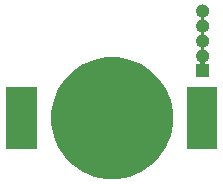
<source format=gbr>
G04 #@! TF.GenerationSoftware,KiCad,Pcbnew,(5.1.0)-1*
G04 #@! TF.CreationDate,2019-05-15T12:27:27+02:00*
G04 #@! TF.ProjectId,expansion,65787061-6e73-4696-9f6e-2e6b69636164,rev?*
G04 #@! TF.SameCoordinates,Original*
G04 #@! TF.FileFunction,Soldermask,Bot*
G04 #@! TF.FilePolarity,Negative*
%FSLAX46Y46*%
G04 Gerber Fmt 4.6, Leading zero omitted, Abs format (unit mm)*
G04 Created by KiCad (PCBNEW (5.1.0)-1) date 2019-05-15 12:27:27*
%MOMM*%
%LPD*%
G04 APERTURE LIST*
%ADD10C,0.100000*%
G04 APERTURE END LIST*
D10*
G36*
X140252490Y-60046950D02*
G01*
X140722226Y-60241521D01*
X141189913Y-60435243D01*
X142033571Y-60998957D01*
X142751043Y-61716429D01*
X143314757Y-62560087D01*
X143314757Y-62560088D01*
X143703050Y-63497510D01*
X143901000Y-64492669D01*
X143901000Y-65507331D01*
X143703050Y-66502490D01*
X143475593Y-67051620D01*
X143314757Y-67439913D01*
X142751043Y-68283571D01*
X142033571Y-69001043D01*
X141189913Y-69564757D01*
X140801620Y-69725593D01*
X140252490Y-69953050D01*
X139257331Y-70151000D01*
X138242669Y-70151000D01*
X137247510Y-69953050D01*
X136698380Y-69725593D01*
X136310087Y-69564757D01*
X135466429Y-69001043D01*
X134748957Y-68283571D01*
X134185243Y-67439913D01*
X134024407Y-67051620D01*
X133796950Y-66502490D01*
X133599000Y-65507331D01*
X133599000Y-64492669D01*
X133796950Y-63497510D01*
X134185243Y-62560088D01*
X134185243Y-62560087D01*
X134748957Y-61716429D01*
X135466429Y-60998957D01*
X136310087Y-60435243D01*
X136777774Y-60241521D01*
X137247510Y-60046950D01*
X138242669Y-59849000D01*
X139257331Y-59849000D01*
X140252490Y-60046950D01*
X140252490Y-60046950D01*
G37*
G36*
X147651000Y-67601000D02*
G01*
X145049000Y-67601000D01*
X145049000Y-62399000D01*
X147651000Y-62399000D01*
X147651000Y-67601000D01*
X147651000Y-67601000D01*
G37*
G36*
X132351000Y-67601000D02*
G01*
X129749000Y-67601000D01*
X129749000Y-62399000D01*
X132351000Y-62399000D01*
X132351000Y-67601000D01*
X132351000Y-67601000D01*
G37*
G36*
X146508015Y-55376973D02*
G01*
X146611879Y-55408479D01*
X146639055Y-55423005D01*
X146707600Y-55459643D01*
X146791501Y-55528499D01*
X146860357Y-55612400D01*
X146896995Y-55680945D01*
X146911521Y-55708121D01*
X146943027Y-55811985D01*
X146953666Y-55920000D01*
X146943027Y-56028015D01*
X146911521Y-56131879D01*
X146911519Y-56131882D01*
X146860357Y-56227600D01*
X146791501Y-56311501D01*
X146707600Y-56380357D01*
X146639055Y-56416995D01*
X146611879Y-56431521D01*
X146599131Y-56435388D01*
X146576504Y-56444760D01*
X146556130Y-56458374D01*
X146538803Y-56475701D01*
X146525189Y-56496075D01*
X146515812Y-56518714D01*
X146511031Y-56542747D01*
X146511031Y-56567251D01*
X146515811Y-56591285D01*
X146525188Y-56613924D01*
X146538802Y-56634298D01*
X146556129Y-56651625D01*
X146576503Y-56665239D01*
X146599131Y-56674612D01*
X146611879Y-56678479D01*
X146639055Y-56693005D01*
X146707600Y-56729643D01*
X146791501Y-56798499D01*
X146860357Y-56882400D01*
X146896995Y-56950945D01*
X146911521Y-56978121D01*
X146943027Y-57081985D01*
X146953666Y-57190000D01*
X146943027Y-57298015D01*
X146911521Y-57401879D01*
X146911519Y-57401882D01*
X146860357Y-57497600D01*
X146791501Y-57581501D01*
X146707600Y-57650357D01*
X146639055Y-57686995D01*
X146611879Y-57701521D01*
X146599131Y-57705388D01*
X146576504Y-57714760D01*
X146556130Y-57728374D01*
X146538803Y-57745701D01*
X146525189Y-57766075D01*
X146515812Y-57788714D01*
X146511031Y-57812747D01*
X146511031Y-57837251D01*
X146515811Y-57861285D01*
X146525188Y-57883924D01*
X146538802Y-57904298D01*
X146556129Y-57921625D01*
X146576503Y-57935239D01*
X146599131Y-57944612D01*
X146611879Y-57948479D01*
X146639055Y-57963005D01*
X146707600Y-57999643D01*
X146791501Y-58068499D01*
X146860357Y-58152400D01*
X146896995Y-58220945D01*
X146911521Y-58248121D01*
X146943027Y-58351985D01*
X146953666Y-58460000D01*
X146943027Y-58568015D01*
X146911521Y-58671879D01*
X146911519Y-58671882D01*
X146860357Y-58767600D01*
X146791501Y-58851501D01*
X146707600Y-58920357D01*
X146639055Y-58956995D01*
X146611879Y-58971521D01*
X146599131Y-58975388D01*
X146576504Y-58984760D01*
X146556130Y-58998374D01*
X146538803Y-59015701D01*
X146525189Y-59036075D01*
X146515812Y-59058714D01*
X146511031Y-59082747D01*
X146511031Y-59107251D01*
X146515811Y-59131285D01*
X146525188Y-59153924D01*
X146538802Y-59174298D01*
X146556129Y-59191625D01*
X146576503Y-59205239D01*
X146599131Y-59214612D01*
X146611879Y-59218479D01*
X146639055Y-59233005D01*
X146707600Y-59269643D01*
X146791501Y-59338499D01*
X146860357Y-59422400D01*
X146896995Y-59490945D01*
X146911521Y-59518121D01*
X146943027Y-59621985D01*
X146953666Y-59730000D01*
X146943027Y-59838015D01*
X146911521Y-59941879D01*
X146911519Y-59941882D01*
X146860357Y-60037600D01*
X146791501Y-60121501D01*
X146707600Y-60190356D01*
X146663807Y-60213764D01*
X146643437Y-60227375D01*
X146626110Y-60244702D01*
X146612496Y-60265076D01*
X146603119Y-60287715D01*
X146598338Y-60311748D01*
X146598338Y-60336252D01*
X146603118Y-60360286D01*
X146612495Y-60382924D01*
X146626109Y-60403299D01*
X146643436Y-60420626D01*
X146663810Y-60434240D01*
X146686449Y-60443617D01*
X146710482Y-60448398D01*
X146722735Y-60449000D01*
X146951000Y-60449000D01*
X146951000Y-61551000D01*
X145849000Y-61551000D01*
X145849000Y-60449000D01*
X146077265Y-60449000D01*
X146101651Y-60446598D01*
X146125100Y-60439485D01*
X146146711Y-60427934D01*
X146165653Y-60412389D01*
X146181198Y-60393447D01*
X146192749Y-60371836D01*
X146199862Y-60348387D01*
X146202264Y-60324001D01*
X146199862Y-60299615D01*
X146192749Y-60276166D01*
X146181198Y-60254555D01*
X146165653Y-60235613D01*
X146146711Y-60220068D01*
X146136198Y-60213767D01*
X146092400Y-60190356D01*
X146008499Y-60121501D01*
X145939643Y-60037600D01*
X145888481Y-59941882D01*
X145888479Y-59941879D01*
X145856973Y-59838015D01*
X145846334Y-59730000D01*
X145856973Y-59621985D01*
X145888479Y-59518121D01*
X145903005Y-59490945D01*
X145939643Y-59422400D01*
X146008499Y-59338499D01*
X146092400Y-59269643D01*
X146160945Y-59233005D01*
X146188121Y-59218479D01*
X146200869Y-59214612D01*
X146223496Y-59205240D01*
X146243870Y-59191626D01*
X146261197Y-59174299D01*
X146274811Y-59153925D01*
X146284188Y-59131286D01*
X146288969Y-59107253D01*
X146288969Y-59082749D01*
X146284189Y-59058715D01*
X146274812Y-59036076D01*
X146261198Y-59015702D01*
X146243871Y-58998375D01*
X146223497Y-58984761D01*
X146200869Y-58975388D01*
X146188121Y-58971521D01*
X146160945Y-58956995D01*
X146092400Y-58920357D01*
X146008499Y-58851501D01*
X145939643Y-58767600D01*
X145888481Y-58671882D01*
X145888479Y-58671879D01*
X145856973Y-58568015D01*
X145846334Y-58460000D01*
X145856973Y-58351985D01*
X145888479Y-58248121D01*
X145903005Y-58220945D01*
X145939643Y-58152400D01*
X146008499Y-58068499D01*
X146092400Y-57999643D01*
X146160945Y-57963005D01*
X146188121Y-57948479D01*
X146200869Y-57944612D01*
X146223496Y-57935240D01*
X146243870Y-57921626D01*
X146261197Y-57904299D01*
X146274811Y-57883925D01*
X146284188Y-57861286D01*
X146288969Y-57837253D01*
X146288969Y-57812749D01*
X146284189Y-57788715D01*
X146274812Y-57766076D01*
X146261198Y-57745702D01*
X146243871Y-57728375D01*
X146223497Y-57714761D01*
X146200869Y-57705388D01*
X146188121Y-57701521D01*
X146160945Y-57686995D01*
X146092400Y-57650357D01*
X146008499Y-57581501D01*
X145939643Y-57497600D01*
X145888481Y-57401882D01*
X145888479Y-57401879D01*
X145856973Y-57298015D01*
X145846334Y-57190000D01*
X145856973Y-57081985D01*
X145888479Y-56978121D01*
X145903005Y-56950945D01*
X145939643Y-56882400D01*
X146008499Y-56798499D01*
X146092400Y-56729643D01*
X146160945Y-56693005D01*
X146188121Y-56678479D01*
X146200869Y-56674612D01*
X146223496Y-56665240D01*
X146243870Y-56651626D01*
X146261197Y-56634299D01*
X146274811Y-56613925D01*
X146284188Y-56591286D01*
X146288969Y-56567253D01*
X146288969Y-56542749D01*
X146284189Y-56518715D01*
X146274812Y-56496076D01*
X146261198Y-56475702D01*
X146243871Y-56458375D01*
X146223497Y-56444761D01*
X146200869Y-56435388D01*
X146188121Y-56431521D01*
X146160945Y-56416995D01*
X146092400Y-56380357D01*
X146008499Y-56311501D01*
X145939643Y-56227600D01*
X145888481Y-56131882D01*
X145888479Y-56131879D01*
X145856973Y-56028015D01*
X145846334Y-55920000D01*
X145856973Y-55811985D01*
X145888479Y-55708121D01*
X145903005Y-55680945D01*
X145939643Y-55612400D01*
X146008499Y-55528499D01*
X146092400Y-55459643D01*
X146160945Y-55423005D01*
X146188121Y-55408479D01*
X146291985Y-55376973D01*
X146372933Y-55369000D01*
X146427067Y-55369000D01*
X146508015Y-55376973D01*
X146508015Y-55376973D01*
G37*
M02*

</source>
